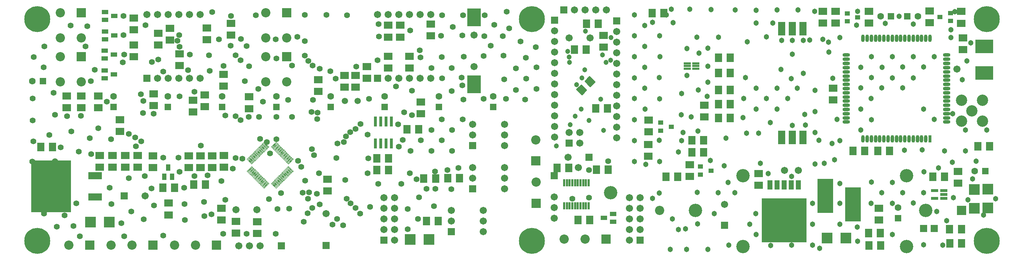
<source format=gbs>
%FSLAX43Y43*%
%MOMM*%
G71*
G01*
G75*
%ADD10C,0.300*%
%ADD11C,0.125*%
%ADD12R,1.800X1.600*%
%ADD13R,1.600X1.800*%
%ADD14C,0.400*%
%ADD15C,0.500*%
%ADD16C,0.600*%
%ADD17C,1.000*%
%ADD18C,0.254*%
%ADD19R,1.500X1.500*%
%ADD20C,1.500*%
%ADD21R,2.000X2.000*%
%ADD22C,1.500*%
%ADD23R,1.500X1.500*%
%ADD24C,6.000*%
%ADD25C,3.000*%
%ADD26C,2.000*%
%ADD27R,1.400X1.400*%
%ADD28C,1.400*%
%ADD29C,1.300*%
%ADD30C,2.500*%
%ADD31C,1.000*%
%ADD32C,1.200*%
%ADD33C,1.100*%
%ADD34R,2.300X2.300*%
%ADD35C,0.075*%
%ADD36R,1.300X0.850*%
%ADD37R,3.000X1.500*%
%ADD38R,9.300X12.200*%
%ADD39R,0.300X1.600*%
%ADD40R,0.600X2.200*%
%ADD41R,0.850X1.300*%
%ADD42R,3.000X4.000*%
%ADD43R,0.600X1.600*%
%ADD44O,0.600X1.600*%
%ADD45O,1.600X0.600*%
%ADD46R,4.000X3.000*%
%ADD47R,3.500X8.000*%
%ADD48R,0.950X0.900*%
%ADD49R,0.950X0.900*%
%ADD50R,1.450X0.550*%
%ADD51R,1.050X2.100*%
%ADD52R,10.500X10.300*%
%ADD53R,1.500X0.400*%
%ADD54R,1.500X3.000*%
%ADD55C,1.500*%
%ADD56R,2.003X1.803*%
%ADD57R,1.803X2.003*%
%ADD58R,1.703X1.703*%
%ADD59C,1.703*%
%ADD60R,2.203X2.203*%
%ADD61C,1.703*%
%ADD62R,1.703X1.703*%
%ADD63C,6.203*%
%ADD64C,3.203*%
%ADD65C,2.203*%
%ADD66R,1.603X1.603*%
%ADD67C,1.603*%
%ADD68C,1.503*%
%ADD69C,2.703*%
%ADD70C,1.203*%
%ADD71C,1.403*%
%ADD72C,1.303*%
%ADD73R,2.503X2.503*%
%ADD74R,1.503X1.053*%
%ADD75R,3.203X1.703*%
%ADD76R,9.503X12.403*%
%ADD77R,0.503X1.803*%
%ADD78R,0.803X2.403*%
%ADD79R,1.053X1.503*%
%ADD80R,3.203X4.203*%
%ADD81R,0.803X1.803*%
%ADD82O,0.803X1.803*%
%ADD83O,1.803X0.803*%
%ADD84R,4.203X3.203*%
%ADD85R,3.703X8.203*%
%ADD86R,1.153X1.103*%
%ADD87R,1.153X1.103*%
%ADD88R,1.653X0.753*%
%ADD89R,1.253X2.303*%
%ADD90R,10.703X10.503*%
%ADD91R,1.703X0.603*%
%ADD92R,1.703X3.203*%
D11*
X57586Y16029D02*
X57318Y16297D01*
X58505Y17483D01*
X58772Y17216D01*
X57586Y16029D01*
Y16177D02*
X57466Y16297D01*
X58505Y17336D01*
X58625Y17216D01*
X57586Y16177D01*
X57608Y16301D02*
X58482Y17211D01*
X57232Y16383D02*
X56965Y16650D01*
X58151Y17837D01*
X58419Y17569D01*
X57232Y16383D01*
Y16530D02*
X57112Y16650D01*
X58151Y17690D01*
X58272Y17569D01*
X57232Y16530D01*
X57255Y16655D02*
X58129Y17565D01*
X56879Y16736D02*
X56611Y17004D01*
X57798Y18190D01*
X58065Y17923D01*
X56879Y16736D01*
Y16884D02*
X56759Y17004D01*
X57798Y18043D01*
X57918Y17923D01*
X56879Y16884D01*
X56901Y17008D02*
X57775Y17918D01*
X56525Y17090D02*
X56258Y17357D01*
X57444Y18544D01*
X57712Y18277D01*
X56525Y17090D01*
Y17237D02*
X56405Y17357D01*
X57444Y18397D01*
X57565Y18277D01*
X56525Y17237D01*
X56548Y17362D02*
X57422Y18272D01*
X56172Y17443D02*
X55904Y17711D01*
X57091Y18898D01*
X57358Y18630D01*
X56172Y17443D01*
Y17591D02*
X56051Y17711D01*
X57091Y18750D01*
X57211Y18630D01*
X56172Y17591D01*
X56194Y17715D02*
X57068Y18625D01*
X55818Y17797D02*
X55551Y18064D01*
X56737Y19251D01*
X57005Y18984D01*
X55818Y17797D01*
Y17944D02*
X55698Y18064D01*
X56737Y19104D01*
X56857Y18984D01*
X55818Y17944D01*
X55841Y18069D02*
X56715Y18979D01*
X55464Y18151D02*
X55197Y18418D01*
X56384Y19605D01*
X56651Y19337D01*
X55464Y18151D01*
Y18298D02*
X55344Y18418D01*
X56384Y19457D01*
X56504Y19337D01*
X55464Y18298D01*
X55487Y18423D02*
X56361Y19333D01*
X55111Y18504D02*
X54843Y18772D01*
X56030Y19958D01*
X56298Y19691D01*
X55111Y18504D01*
Y18651D02*
X54991Y18772D01*
X56030Y19811D01*
X56150Y19691D01*
X55111Y18651D01*
X55133Y18776D02*
X56008Y19686D01*
X54757Y18858D02*
X54490Y19125D01*
X55677Y20312D01*
X55944Y20044D01*
X54757Y18858D01*
Y19005D02*
X54637Y19125D01*
X55677Y20164D01*
X55797Y20044D01*
X54757Y19005D01*
X54780Y19130D02*
X55654Y20040D01*
X54404Y19211D02*
X54136Y19479D01*
X55323Y20665D01*
X55590Y20398D01*
X54404Y19211D01*
Y19359D02*
X54284Y19479D01*
X55323Y20518D01*
X55443Y20398D01*
X54404Y19359D01*
X54426Y19483D02*
X55300Y20393D01*
X54050Y19565D02*
X53783Y19832D01*
X54969Y21019D01*
X55237Y20751D01*
X54050Y19565D01*
Y19712D02*
X53930Y19832D01*
X54969Y20872D01*
X55090Y20751D01*
X54050Y19712D01*
X54073Y19837D02*
X54947Y20747D01*
X53697Y19918D02*
X53429Y20186D01*
X54616Y21372D01*
X54883Y21105D01*
X53697Y19918D01*
Y20066D02*
X53577Y20186D01*
X54616Y21225D01*
X54736Y21105D01*
X53697Y20066D01*
X53719Y20190D02*
X54593Y21100D01*
X53429Y23014D02*
X53697Y23282D01*
X54883Y22095D01*
X54616Y21828D01*
X53429Y23014D01*
X53577D02*
X53697Y23134D01*
X54736Y22095D01*
X54616Y21975D01*
X53577Y23014D01*
X53701Y22992D02*
X54611Y22118D01*
X53783Y23368D02*
X54050Y23635D01*
X55237Y22449D01*
X54969Y22181D01*
X53783Y23368D01*
X53930D02*
X54050Y23488D01*
X55090Y22449D01*
X54969Y22328D01*
X53930Y23368D01*
X54055Y23345D02*
X54965Y22471D01*
X54136Y23721D02*
X54404Y23989D01*
X55590Y22802D01*
X55323Y22535D01*
X54136Y23721D01*
X54284D02*
X54404Y23841D01*
X55443Y22802D01*
X55323Y22682D01*
X54284Y23721D01*
X54408Y23699D02*
X55318Y22825D01*
X54490Y24075D02*
X54757Y24342D01*
X55944Y23156D01*
X55677Y22888D01*
X54490Y24075D01*
X54637D02*
X54757Y24195D01*
X55797Y23156D01*
X55677Y23036D01*
X54637Y24075D01*
X54762Y24052D02*
X55672Y23178D01*
X54843Y24428D02*
X55111Y24696D01*
X56298Y23509D01*
X56030Y23242D01*
X54843Y24428D01*
X54991D02*
X55111Y24549D01*
X56150Y23509D01*
X56030Y23389D01*
X54991Y24428D01*
X55116Y24406D02*
X56026Y23532D01*
X55551Y25136D02*
X55818Y25403D01*
X57005Y24216D01*
X56737Y23949D01*
X55551Y25136D01*
X55698D02*
X55818Y25256D01*
X56857Y24216D01*
X56737Y24096D01*
X55698Y25136D01*
X55823Y25113D02*
X56733Y24239D01*
X55904Y25489D02*
X56172Y25757D01*
X57358Y24570D01*
X57091Y24302D01*
X55904Y25489D01*
X56051D02*
X56172Y25609D01*
X57211Y24570D01*
X57091Y24450D01*
X56051Y25489D01*
X56176Y25467D02*
X57086Y24592D01*
X56258Y25843D02*
X56525Y26110D01*
X57712Y24923D01*
X57444Y24656D01*
X56258Y25843D01*
X56405D02*
X56525Y25963D01*
X57564Y24923D01*
X57444Y24803D01*
X56405Y25843D01*
X56530Y25820D02*
X57440Y24946D01*
X56611Y26196D02*
X56879Y26464D01*
X58065Y25277D01*
X57798Y25010D01*
X56611Y26196D01*
X56759D02*
X56879Y26316D01*
X57918Y25277D01*
X57798Y25157D01*
X56759Y26196D01*
X56883Y26174D02*
X57793Y25300D01*
X56965Y26550D02*
X57232Y26817D01*
X58419Y25631D01*
X58151Y25363D01*
X56965Y26550D01*
X57112D02*
X57232Y26670D01*
X58272Y25631D01*
X58151Y25510D01*
X57112Y26550D01*
X57237Y26527D02*
X58147Y25653D01*
X57318Y26903D02*
X57586Y27171D01*
X58772Y25984D01*
X58505Y25717D01*
X57318Y26903D01*
X57466D02*
X57586Y27023D01*
X58625Y25984D01*
X58505Y25864D01*
X57466Y26903D01*
X57590Y26881D02*
X58500Y26007D01*
X63384Y21828D02*
X63117Y22095D01*
X64303Y23282D01*
X64571Y23014D01*
X63384Y21828D01*
Y21975D02*
X63264Y22095D01*
X64303Y23134D01*
X64423Y23014D01*
X63384Y21975D01*
X63407Y22100D02*
X64281Y23010D01*
X63031Y22181D02*
X62763Y22449D01*
X63950Y23635D01*
X64217Y23368D01*
X63031Y22181D01*
Y22328D02*
X62910Y22449D01*
X63950Y23488D01*
X64070Y23368D01*
X63031Y22328D01*
X63053Y22453D02*
X63927Y23363D01*
X62677Y22535D02*
X62410Y22802D01*
X63596Y23989D01*
X63864Y23721D01*
X62677Y22535D01*
Y22682D02*
X62557Y22802D01*
X63596Y23841D01*
X63716Y23721D01*
X62677Y22682D01*
X62700Y22807D02*
X63574Y23717D01*
X62323Y22888D02*
X62056Y23156D01*
X63243Y24342D01*
X63510Y24075D01*
X62323Y22888D01*
Y23036D02*
X62203Y23156D01*
X63243Y24195D01*
X63363Y24075D01*
X62323Y23036D01*
X62346Y23160D02*
X63220Y24070D01*
X61970Y23242D02*
X61702Y23509D01*
X62889Y24696D01*
X63157Y24428D01*
X61970Y23242D01*
Y23389D02*
X61850Y23509D01*
X62889Y24549D01*
X63009Y24428D01*
X61970Y23389D01*
X61992Y23514D02*
X62867Y24424D01*
X61616Y23595D02*
X61349Y23863D01*
X62536Y25049D01*
X62803Y24782D01*
X61616Y23595D01*
Y23743D02*
X61496Y23863D01*
X62536Y24902D01*
X62656Y24782D01*
X61616Y23743D01*
X61639Y23867D02*
X62513Y24777D01*
X61263Y23949D02*
X60995Y24216D01*
X62182Y25403D01*
X62449Y25136D01*
X61263Y23949D01*
Y24096D02*
X61143Y24216D01*
X62182Y25256D01*
X62302Y25136D01*
X61263Y24096D01*
X61285Y24221D02*
X62159Y25131D01*
X60909Y24302D02*
X60642Y24570D01*
X61828Y25757D01*
X62096Y25489D01*
X60909Y24302D01*
Y24450D02*
X60789Y24570D01*
X61828Y25609D01*
X61949Y25489D01*
X60909Y24450D01*
X60932Y24574D02*
X61806Y25484D01*
X60556Y24656D02*
X60288Y24923D01*
X61475Y26110D01*
X61742Y25843D01*
X60556Y24656D01*
Y24803D02*
X60436Y24923D01*
X61475Y25963D01*
X61595Y25843D01*
X60556Y24803D01*
X60578Y24928D02*
X61452Y25838D01*
X60202Y25010D02*
X59935Y25277D01*
X61121Y26464D01*
X61389Y26196D01*
X60202Y25010D01*
Y25157D02*
X60082Y25277D01*
X61121Y26316D01*
X61241Y26196D01*
X60202Y25157D01*
X60225Y25282D02*
X61099Y26192D01*
X59849Y25363D02*
X59581Y25631D01*
X60768Y26817D01*
X61035Y26550D01*
X59849Y25363D01*
Y25510D02*
X59728Y25631D01*
X60768Y26670D01*
X60888Y26550D01*
X59849Y25510D01*
X59871Y25635D02*
X60745Y26545D01*
X59495Y25717D02*
X59228Y25984D01*
X60414Y27171D01*
X60682Y26903D01*
X59495Y25717D01*
Y25864D02*
X59375Y25984D01*
X60414Y27023D01*
X60534Y26903D01*
X59495Y25864D01*
X59518Y25989D02*
X60392Y26899D01*
X59228Y17216D02*
X59495Y17483D01*
X60682Y16297D01*
X60414Y16029D01*
X59228Y17216D01*
X59375D02*
X59495Y17336D01*
X60534Y16297D01*
X60414Y16177D01*
X59375Y17216D01*
X59500Y17193D02*
X60410Y16319D01*
X59581Y17569D02*
X59849Y17837D01*
X61035Y16650D01*
X60768Y16383D01*
X59581Y17569D01*
X59728D02*
X59849Y17690D01*
X60888Y16650D01*
X60768Y16530D01*
X59728Y17569D01*
X59853Y17547D02*
X60763Y16673D01*
X59935Y17923D02*
X60202Y18190D01*
X61389Y17004D01*
X61121Y16736D01*
X59935Y17923D01*
X60082D02*
X60202Y18043D01*
X61241Y17004D01*
X61121Y16884D01*
X60082Y17923D01*
X60207Y17900D02*
X61117Y17026D01*
X60288Y18277D02*
X60556Y18544D01*
X61742Y17357D01*
X61475Y17090D01*
X60288Y18277D01*
X60436D02*
X60556Y18397D01*
X61595Y17357D01*
X61475Y17237D01*
X60436Y18277D01*
X60560Y18254D02*
X61470Y17380D01*
X60642Y18630D02*
X60909Y18898D01*
X62096Y17711D01*
X61828Y17443D01*
X60642Y18630D01*
X60789D02*
X60909Y18750D01*
X61949Y17711D01*
X61828Y17591D01*
X60789Y18630D01*
X60914Y18608D02*
X61824Y17733D01*
X60995Y18984D02*
X61263Y19251D01*
X62449Y18064D01*
X62182Y17797D01*
X60995Y18984D01*
X61143D02*
X61263Y19104D01*
X62302Y18064D01*
X62182Y17944D01*
X61143Y18984D01*
X61267Y18961D02*
X62177Y18087D01*
X61349Y19337D02*
X61616Y19605D01*
X62803Y18418D01*
X62536Y18151D01*
X61349Y19337D01*
X61496D02*
X61616Y19457D01*
X62656Y18418D01*
X62536Y18298D01*
X61496Y19337D01*
X61621Y19315D02*
X62531Y18441D01*
X61702Y19691D02*
X61970Y19958D01*
X63157Y18772D01*
X62889Y18504D01*
X61702Y19691D01*
X61850D02*
X61970Y19811D01*
X63009Y18772D01*
X62889Y18651D01*
X61850Y19691D01*
X61974Y19668D02*
X62884Y18794D01*
X62056Y20044D02*
X62323Y20312D01*
X63510Y19125D01*
X63243Y18858D01*
X62056Y20044D01*
X62203D02*
X62323Y20164D01*
X63363Y19125D01*
X63243Y19005D01*
X62203Y20044D01*
X62328Y20022D02*
X63238Y19148D01*
X62410Y20398D02*
X62677Y20665D01*
X63864Y19479D01*
X63596Y19211D01*
X62410Y20398D01*
X62557D02*
X62677Y20518D01*
X63716Y19479D01*
X63596Y19359D01*
X62557Y20398D01*
X62682Y20375D02*
X63592Y19501D01*
X62763Y20751D02*
X63031Y21019D01*
X64217Y19832D01*
X63950Y19565D01*
X62763Y20751D01*
X62910D02*
X63031Y20872D01*
X64070Y19832D01*
X63950Y19712D01*
X62910Y20751D01*
X63035Y20729D02*
X63945Y19855D01*
X63117Y21105D02*
X63384Y21372D01*
X64571Y20186D01*
X64303Y19918D01*
X63117Y21105D01*
X63264D02*
X63384Y21225D01*
X64423Y20186D01*
X64303Y20066D01*
X63264Y21105D01*
X63389Y21082D02*
X64299Y20208D01*
X55197Y24782D02*
X55464Y25049D01*
X56651Y23863D01*
X56384Y23595D01*
X55197Y24782D01*
X55344D02*
X55464Y24902D01*
X56504Y23863D01*
X56384Y23743D01*
X55344Y24782D01*
X55469Y24759D02*
X56379Y23885D01*
D14*
X133253Y40677D02*
X134386Y39543D01*
X133394Y38551D01*
X132261Y39685D01*
X133253Y40677D01*
Y40206D02*
X133915Y39543D01*
X133394Y39023D01*
X132732Y39685D01*
X133253Y40206D01*
Y39734D02*
X133444Y39543D01*
X133394Y39494D01*
X133203Y39685D01*
X133253Y39734D01*
X133323Y39632D02*
Y39596D01*
X135233Y42657D02*
X136366Y41523D01*
X135374Y40531D01*
X134240Y41665D01*
X135233Y42657D01*
Y42186D02*
X135895Y41523D01*
X135374Y41003D01*
X134712Y41665D01*
X135233Y42186D01*
Y41714D02*
X135423Y41523D01*
X135374Y41474D01*
X135183Y41665D01*
X135233Y41714D01*
X135303Y41612D02*
Y41576D01*
D56*
X138607Y52612D02*
D03*
X138607Y49812D02*
D03*
X18393Y21088D02*
D03*
Y23888D02*
D03*
X72693Y15388D02*
D03*
Y18188D02*
D03*
X32307Y50312D02*
D03*
X32307Y53112D02*
D03*
X43907Y51612D02*
D03*
X43907Y54412D02*
D03*
X37393Y48188D02*
D03*
X37393Y45388D02*
D03*
X31207Y35812D02*
D03*
X31207Y38612D02*
D03*
X10507Y38112D02*
D03*
X10507Y35312D02*
D03*
X14007Y38112D02*
D03*
X14007Y35312D02*
D03*
X49707Y55512D02*
D03*
X49707Y52712D02*
D03*
X54007Y37912D02*
D03*
X54007Y35112D02*
D03*
X47907Y43312D02*
D03*
X35107Y51512D02*
D03*
X35107Y54312D02*
D03*
X43407Y35612D02*
D03*
X43407Y38412D02*
D03*
X40607Y34312D02*
D03*
X40607Y37112D02*
D03*
X87207Y52212D02*
D03*
X87207Y55012D02*
D03*
X97407Y52512D02*
D03*
X97407Y55312D02*
D03*
X92293Y47588D02*
D03*
Y44788D02*
D03*
X87193Y47588D02*
D03*
Y44788D02*
D03*
X82093Y42388D02*
D03*
X82093Y45188D02*
D03*
X90107Y52212D02*
D03*
X90107Y55012D02*
D03*
X95007Y33912D02*
D03*
X95007Y36712D02*
D03*
X70507Y39212D02*
D03*
X70507Y42012D02*
D03*
X79407Y40212D02*
D03*
X79407Y43012D02*
D03*
X76807Y40212D02*
D03*
X76807Y43012D02*
D03*
X50893Y8188D02*
D03*
X50893Y5388D02*
D03*
X55993Y8088D02*
D03*
Y5288D02*
D03*
X47393Y11288D02*
D03*
Y8488D02*
D03*
X26507Y53912D02*
D03*
X26507Y56712D02*
D03*
X18007Y35312D02*
D03*
X18007Y38112D02*
D03*
X23207Y29612D02*
D03*
X23207Y32412D02*
D03*
X26507Y47512D02*
D03*
X26507Y50312D02*
D03*
X34807Y9712D02*
D03*
X34807Y12512D02*
D03*
X31107Y21012D02*
D03*
X31107Y23812D02*
D03*
X27393Y23888D02*
D03*
X27393Y21088D02*
D03*
X24493Y23888D02*
D03*
X24493Y21088D02*
D03*
X21407Y21112D02*
D03*
X21407Y23912D02*
D03*
X42443Y23813D02*
D03*
Y21013D02*
D03*
X45243Y23813D02*
D03*
Y21013D02*
D03*
X39607Y21012D02*
D03*
X39607Y23812D02*
D03*
X47991Y21095D02*
D03*
X47991Y23895D02*
D03*
X47907Y40512D02*
D03*
X193407Y40012D02*
D03*
X193407Y37212D02*
D03*
X204307Y11312D02*
D03*
X204307Y8512D02*
D03*
X190893Y55588D02*
D03*
X190893Y58388D02*
D03*
X224407Y52012D02*
D03*
X224407Y49212D02*
D03*
X201893Y55588D02*
D03*
X201893Y58388D02*
D03*
X216407Y58413D02*
D03*
X216407Y55613D02*
D03*
X149307Y26512D02*
D03*
X149307Y23712D02*
D03*
X193993Y55588D02*
D03*
X193993Y58388D02*
D03*
X223907Y58313D02*
D03*
X223907Y55513D02*
D03*
X223193Y17288D02*
D03*
X223193Y20088D02*
D03*
X159168Y18888D02*
D03*
X159168Y21688D02*
D03*
X175607Y16812D02*
D03*
X175607Y19612D02*
D03*
X162607Y35912D02*
D03*
X162607Y33112D02*
D03*
X149393Y29588D02*
D03*
X149393Y32388D02*
D03*
D57*
X131688Y49207D02*
D03*
X134488Y49207D02*
D03*
X136712Y35193D02*
D03*
X139512Y35193D02*
D03*
X134512Y55393D02*
D03*
X137312Y55393D02*
D03*
X127511Y20907D02*
D03*
X130311Y20907D02*
D03*
X136911Y20507D02*
D03*
X139711Y20507D02*
D03*
X4305Y25891D02*
D03*
X7105Y25891D02*
D03*
X87313Y20382D02*
D03*
X84513D02*
D03*
X87313Y23182D02*
D03*
X84513Y23182D02*
D03*
X96312Y8193D02*
D03*
X99112D02*
D03*
X101412Y18493D02*
D03*
X104212Y18493D02*
D03*
X95712Y18393D02*
D03*
X98512Y18393D02*
D03*
X33412Y16193D02*
D03*
X36212Y16193D02*
D03*
X40812Y16993D02*
D03*
X43612Y16993D02*
D03*
X91712Y30193D02*
D03*
X94512Y30193D02*
D03*
X135288Y8507D02*
D03*
X132488Y8507D02*
D03*
X198088Y25007D02*
D03*
X200888D02*
D03*
X227888Y26107D02*
D03*
X230688D02*
D03*
X221205Y2891D02*
D03*
X224005D02*
D03*
X156287Y18793D02*
D03*
X153487Y18793D02*
D03*
X206812Y24993D02*
D03*
X204012Y24993D02*
D03*
X217188Y18807D02*
D03*
X219988D02*
D03*
X204612Y5393D02*
D03*
X201812Y5393D02*
D03*
X201888Y2407D02*
D03*
X204688D02*
D03*
X221188Y6307D02*
D03*
X223988D02*
D03*
X162512Y24693D02*
D03*
X159712Y24693D02*
D03*
X162512Y27493D02*
D03*
X159712Y27493D02*
D03*
X165988Y36207D02*
D03*
X168788Y36207D02*
D03*
X168812Y39593D02*
D03*
X166012Y39593D02*
D03*
X168812Y47293D02*
D03*
X166012Y47293D02*
D03*
X168812Y43593D02*
D03*
X166012Y43593D02*
D03*
X165988Y32907D02*
D03*
X168788Y32907D02*
D03*
X152988Y57907D02*
D03*
X150188D02*
D03*
D58*
X135100Y23500D02*
D03*
X130400Y26900D02*
D03*
X141700Y56100D02*
D03*
X129100Y58700D02*
D03*
X126900Y56200D02*
D03*
X86200Y3700D02*
D03*
X29650Y42380D02*
D03*
X72400Y2375D02*
D03*
X84650Y42380D02*
D03*
X24199Y14207D02*
D03*
X61708Y2291D02*
D03*
X126833Y19108D02*
D03*
X167493Y7199D02*
D03*
X215005Y6412D02*
D03*
X217505D02*
D03*
X147300Y3700D02*
D03*
D59*
X130400Y29440D02*
D03*
X132940Y26900D02*
D03*
Y29440D02*
D03*
X141700Y53560D02*
D03*
Y51020D02*
D03*
Y48480D02*
D03*
Y45940D02*
D03*
Y43400D02*
D03*
Y40860D02*
D03*
Y38320D02*
D03*
Y35780D02*
D03*
Y33240D02*
D03*
Y30700D02*
D03*
Y28160D02*
D03*
X131640Y58700D02*
D03*
X134180D02*
D03*
X136720D02*
D03*
X139260D02*
D03*
X126900Y53660D02*
D03*
Y51120D02*
D03*
Y48580D02*
D03*
Y46040D02*
D03*
Y43500D02*
D03*
Y40960D02*
D03*
Y38420D02*
D03*
Y35880D02*
D03*
Y33340D02*
D03*
Y30800D02*
D03*
Y28260D02*
D03*
X88740Y13860D02*
D03*
X86200D02*
D03*
X88740Y11320D02*
D03*
X86200D02*
D03*
X88740Y8780D02*
D03*
X86200Y8780D02*
D03*
X88740Y6240D02*
D03*
X86200D02*
D03*
X88740Y3700D02*
D03*
X72400Y10010D02*
D03*
X97350Y57620D02*
D03*
X94810D02*
D03*
X92270D02*
D03*
X89730D02*
D03*
X87190D02*
D03*
X84650D02*
D03*
X97350Y42380D02*
D03*
X94810D02*
D03*
X92270D02*
D03*
X89730D02*
D03*
X87190D02*
D03*
X42350Y57620D02*
D03*
X39810D02*
D03*
X37270D02*
D03*
X34730D02*
D03*
X32190D02*
D03*
X29650D02*
D03*
X42350Y42380D02*
D03*
X39810D02*
D03*
X37270D02*
D03*
X34730D02*
D03*
X32190D02*
D03*
X29199Y14207D02*
D03*
X51548Y2291D02*
D03*
X54088D02*
D03*
X56628D02*
D03*
X55908Y10900D02*
D03*
X50908Y10900D02*
D03*
X126833Y8948D02*
D03*
X126833Y11488D02*
D03*
Y14028D02*
D03*
X135408Y52000D02*
D03*
X130408Y52000D02*
D03*
X132600Y21000D02*
D03*
X130100Y23500D02*
D03*
X107700Y52650D02*
D03*
Y45150D02*
D03*
X167493Y12199D02*
D03*
X144760Y3700D02*
D03*
X147300Y6240D02*
D03*
X144760D02*
D03*
X147300Y8780D02*
D03*
X144760Y8780D02*
D03*
X147300Y11320D02*
D03*
X144760D02*
D03*
X147300Y13860D02*
D03*
X144760D02*
D03*
X222925Y44525D02*
D03*
X185075Y20350D02*
D03*
X181750Y20325D02*
D03*
D60*
X13999Y58009D02*
D03*
X139225Y3899D02*
D03*
X46201Y2499D02*
D03*
X31101D02*
D03*
X122408Y22606D02*
D03*
X122508Y12506D02*
D03*
X16006Y2508D02*
D03*
X62999Y58009D02*
D03*
X62999Y47509D02*
D03*
X13999Y47509D02*
D03*
X224000Y10800D02*
D03*
D61*
X109910Y10740D02*
D03*
Y8200D02*
D03*
Y5660D02*
D03*
X102290Y10740D02*
D03*
Y8200D02*
D03*
X115010Y21040D02*
D03*
X115010Y18500D02*
D03*
X115010Y15960D02*
D03*
X107390Y21040D02*
D03*
Y18500D02*
D03*
X115010Y31340D02*
D03*
Y28800D02*
D03*
Y26260D02*
D03*
X107390Y31340D02*
D03*
Y28800D02*
D03*
D62*
X102290Y5660D02*
D03*
X107390Y15960D02*
D03*
X107390Y26260D02*
D03*
D63*
X3500Y3500D02*
D03*
X121500D02*
D03*
Y56500D02*
D03*
X3500D02*
D03*
X230000D02*
D03*
Y3500D02*
D03*
D64*
X140324Y14975D02*
D03*
X210900Y2100D02*
D03*
Y19100D02*
D03*
X171900D02*
D03*
Y2100D02*
D03*
X160500Y10800D02*
D03*
X215500D02*
D03*
D65*
X21101Y2499D02*
D03*
X134225Y3899D02*
D03*
X129225D02*
D03*
X41201Y2499D02*
D03*
X36201D02*
D03*
X26101D02*
D03*
X122408Y27606D02*
D03*
X122508Y17506D02*
D03*
X11006Y2508D02*
D03*
X8999Y52009D02*
D03*
X13999Y52009D02*
D03*
X8999Y58009D02*
D03*
X57999D02*
D03*
X62999Y52009D02*
D03*
X57999D02*
D03*
Y41509D02*
D03*
X62999D02*
D03*
X57999Y47509D02*
D03*
X8999D02*
D03*
X13999Y41509D02*
D03*
X8999D02*
D03*
X152000Y10800D02*
D03*
D66*
X21683Y35511D02*
D03*
X34626Y35511D02*
D03*
X47569Y35511D02*
D03*
X60512D02*
D03*
X73455Y35511D02*
D03*
X86398Y35511D02*
D03*
X99340Y35511D02*
D03*
X112283Y35511D02*
D03*
X4789Y41692D02*
D03*
X208892Y8911D02*
D03*
X207189Y57192D02*
D03*
X211111Y57208D02*
D03*
X229689Y20192D02*
D03*
D67*
X21683Y38011D02*
D03*
X34626D02*
D03*
X47569D02*
D03*
X60512D02*
D03*
X73455D02*
D03*
X86398D02*
D03*
X99340D02*
D03*
X112283D02*
D03*
X2289Y41692D02*
D03*
X208892Y11411D02*
D03*
X204689Y57192D02*
D03*
X213611Y57208D02*
D03*
X227189Y20192D02*
D03*
D68*
X76850Y36900D02*
D03*
X79950D02*
D03*
D69*
X229000Y37100D02*
D03*
X226500Y34600D02*
D03*
X224000Y37100D02*
D03*
Y32100D02*
D03*
X229000D02*
D03*
D70*
X130400Y47450D02*
D03*
X130025Y48825D02*
D03*
X138600Y29925D02*
D03*
X127375Y26200D02*
D03*
X130650Y31300D02*
D03*
X131825Y33300D02*
D03*
X133250Y35000D02*
D03*
X137925Y37325D02*
D03*
X140325Y46675D02*
D03*
X134125Y44400D02*
D03*
X130482Y46175D02*
D03*
X135150Y32300D02*
D03*
X139150Y46125D02*
D03*
X138375Y47950D02*
D03*
X133404Y42400D02*
D03*
X131775Y49125D02*
D03*
X134300Y53650D02*
D03*
X140375Y52100D02*
D03*
X132125Y40800D02*
D03*
D71*
X116100Y54300D02*
D03*
X20100Y36750D02*
D03*
X74700Y42275D02*
D03*
X64300Y45425D02*
D03*
X57300Y36750D02*
D03*
X63325Y37200D02*
D03*
X131149Y13525D02*
D03*
X139674Y22525D02*
D03*
X135149Y20450D02*
D03*
Y13825D02*
D03*
X110275Y57400D02*
D03*
X105100Y57450D02*
D03*
X100075Y57400D02*
D03*
X102600Y54625D02*
D03*
X104925Y52600D02*
D03*
X110150Y52400D02*
D03*
X104750Y42500D02*
D03*
X100100Y42350D02*
D03*
X102400Y44800D02*
D03*
X97575D02*
D03*
X100000Y47450D02*
D03*
X105250Y47500D02*
D03*
X109975Y47700D02*
D03*
X82650Y37400D02*
D03*
X92900Y39400D02*
D03*
X102400Y39325D02*
D03*
X110000Y37425D02*
D03*
X105125Y37300D02*
D03*
X122625Y45000D02*
D03*
X122600Y39825D02*
D03*
X119900Y37250D02*
D03*
X120175Y42300D02*
D03*
X120025Y47300D02*
D03*
X117650Y44700D02*
D03*
X117700Y39575D02*
D03*
X115300Y37425D02*
D03*
X114875Y42100D02*
D03*
X114750Y47800D02*
D03*
X114550Y52400D02*
D03*
X112550Y55100D02*
D03*
X115500Y58275D02*
D03*
X118800Y51150D02*
D03*
X122400Y49825D02*
D03*
X33550Y44000D02*
D03*
X25900Y10550D02*
D03*
X25350Y18500D02*
D03*
X20700Y16150D02*
D03*
X21150Y12300D02*
D03*
X33500Y4775D02*
D03*
X13650Y4600D02*
D03*
X12100Y7025D02*
D03*
X8125Y6900D02*
D03*
X2300Y22450D02*
D03*
X7675Y22500D02*
D03*
X12775Y12500D02*
D03*
X9950Y9600D02*
D03*
X5100Y10000D02*
D03*
X2700Y12375D02*
D03*
X2750Y17400D02*
D03*
X7550Y12500D02*
D03*
X10000Y15025D02*
D03*
X5150Y15000D02*
D03*
X7500Y17475D02*
D03*
X9950Y19900D02*
D03*
X5000Y19925D02*
D03*
X15425Y54800D02*
D03*
X15025Y50000D02*
D03*
X16225Y41700D02*
D03*
X11450Y55000D02*
D03*
X60500Y47075D02*
D03*
X60400Y51675D02*
D03*
X84900Y55325D02*
D03*
X77400Y57450D02*
D03*
X72450Y57500D02*
D03*
X67300Y57525D02*
D03*
X52100Y51725D02*
D03*
X45200Y58150D02*
D03*
X29300Y55050D02*
D03*
X23900Y46125D02*
D03*
X28800Y36925D02*
D03*
X28700Y34025D02*
D03*
X21075Y27800D02*
D03*
X16000Y28050D02*
D03*
X11600Y29625D02*
D03*
X7725Y33600D02*
D03*
X7350Y38900D02*
D03*
X6350Y28800D02*
D03*
X2500Y27250D02*
D03*
X2400Y32275D02*
D03*
Y37550D02*
D03*
X5025Y45000D02*
D03*
X2600Y47450D02*
D03*
X5150Y50000D02*
D03*
X38700Y8475D02*
D03*
X38575Y12300D02*
D03*
X31300Y11925D02*
D03*
X28900Y8650D02*
D03*
X29100Y18950D02*
D03*
X33500Y23425D02*
D03*
X37175Y23400D02*
D03*
X37425Y20000D02*
D03*
X38550Y16200D02*
D03*
X44100Y19125D02*
D03*
X40950Y19000D02*
D03*
X52375Y23100D02*
D03*
X47400Y17800D02*
D03*
X50100Y20750D02*
D03*
X47800Y5150D02*
D03*
X53400D02*
D03*
X73900Y7400D02*
D03*
X67025Y8100D02*
D03*
X63625Y11200D02*
D03*
X65700Y22650D02*
D03*
X67400Y17925D02*
D03*
X70675Y19700D02*
D03*
X82275D02*
D03*
X92400Y19675D02*
D03*
X82900Y11625D02*
D03*
X91900Y6275D02*
D03*
X94350Y8700D02*
D03*
X91900Y11125D02*
D03*
X94550Y13900D02*
D03*
X98500Y15975D02*
D03*
X98125Y11800D02*
D03*
X102300Y15850D02*
D03*
X105000Y32525D02*
D03*
X97500Y30000D02*
D03*
X100025Y32525D02*
D03*
X102475Y30000D02*
D03*
Y24975D02*
D03*
X100025Y27500D02*
D03*
X97500Y24975D02*
D03*
X94975Y27500D02*
D03*
X92525Y24975D02*
D03*
X89575Y31325D02*
D03*
X82325Y28875D02*
D03*
X64300Y33125D02*
D03*
X60550Y33100D02*
D03*
X56425D02*
D03*
X68950Y34300D02*
D03*
X69225Y37200D02*
D03*
X70350Y34150D02*
D03*
X59000Y24425D02*
D03*
X42475Y26225D02*
D03*
X27000Y26075D02*
D03*
X60775Y11075D02*
D03*
X30700Y16050D02*
D03*
X61650Y14925D02*
D03*
X43275Y12800D02*
D03*
X50825Y23300D02*
D03*
X9025Y25875D02*
D03*
X16325Y24200D02*
D03*
X90350Y17100D02*
D03*
X68360Y15115D02*
D03*
X84850Y17100D02*
D03*
X101350Y20400D02*
D03*
X76425Y7200D02*
D03*
X75020Y8780D02*
D03*
X96325Y15900D02*
D03*
X24074Y57276D02*
D03*
X24050Y52650D02*
D03*
X37350Y52700D02*
D03*
X92425Y53775D02*
D03*
X24175Y48000D02*
D03*
X39900D02*
D03*
X94775Y49075D02*
D03*
X37450Y38075D02*
D03*
X37425Y49875D02*
D03*
X49650Y50175D02*
D03*
X41000Y39175D02*
D03*
X44425Y47825D02*
D03*
X50800Y47850D02*
D03*
X32307Y46807D02*
D03*
X52025Y46650D02*
D03*
X28200Y38575D02*
D03*
X31225Y33900D02*
D03*
X48375Y33500D02*
D03*
X13925Y33375D02*
D03*
X50775Y33275D02*
D03*
X10550Y33325D02*
D03*
X52025Y32375D02*
D03*
X49707Y57232D02*
D03*
X53925Y33100D02*
D03*
X53975Y45250D02*
D03*
X47950Y45300D02*
D03*
X30850Y46250D02*
D03*
X73425Y44075D02*
D03*
X55600Y57450D02*
D03*
X56225Y39825D02*
D03*
X36950Y51325D02*
D03*
X46850Y51650D02*
D03*
X44650Y44150D02*
D03*
X52975Y41675D02*
D03*
X53400Y50075D02*
D03*
X111650Y50175D02*
D03*
X39425Y44275D02*
D03*
X65525Y52300D02*
D03*
X84975Y52325D02*
D03*
X99825Y52525D02*
D03*
X67325Y51200D02*
D03*
X67350Y47750D02*
D03*
X94900Y47325D02*
D03*
X84625Y46650D02*
D03*
X68175Y46475D02*
D03*
X69175Y45375D02*
D03*
X79625Y45175D02*
D03*
X91025Y34200D02*
D03*
X70275Y32600D02*
D03*
X92850Y33525D02*
D03*
X70850Y44675D02*
D03*
X18025Y30450D02*
D03*
X80600Y31425D02*
D03*
X80525Y10050D02*
D03*
X67950Y10100D02*
D03*
X25325Y29100D02*
D03*
X79425Y30275D02*
D03*
X79400Y11350D02*
D03*
X69100D02*
D03*
X26850Y28225D02*
D03*
X78175Y29475D02*
D03*
X78250Y12425D02*
D03*
X70900Y12225D02*
D03*
X28250Y27250D02*
D03*
X77100Y28475D02*
D03*
X77325Y13550D02*
D03*
X68075Y13600D02*
D03*
X66775Y15025D02*
D03*
X58750Y13450D02*
D03*
X60325Y5175D02*
D03*
X23525Y7725D02*
D03*
X70200Y14775D02*
D03*
X66425Y21200D02*
D03*
X69025Y25450D02*
D03*
X69550Y24000D02*
D03*
X60525Y27750D02*
D03*
X56625Y27900D02*
D03*
X75125Y26800D02*
D03*
X58275Y27150D02*
D03*
X74875Y23275D02*
D03*
X45075Y9825D02*
D03*
X48375Y13350D02*
D03*
X43325Y9450D02*
D03*
X17200Y44425D02*
D03*
X13400Y24850D02*
D03*
X24250Y4575D02*
D03*
X76600Y27100D02*
D03*
X76950Y18050D02*
D03*
X93950Y18225D02*
D03*
X98400Y20050D02*
D03*
X103950Y20925D02*
D03*
X82450Y23200D02*
D03*
X89725Y26000D02*
D03*
X90700Y27600D02*
D03*
X89100Y40425D02*
D03*
X104925Y40650D02*
D03*
D72*
X157250Y27475D02*
D03*
X158175Y6350D02*
D03*
X156450Y6200D02*
D03*
Y24725D02*
D03*
X190900Y51650D02*
D03*
X199187Y58388D02*
D03*
X192275Y51025D02*
D03*
X198975Y55075D02*
D03*
X193100Y26800D02*
D03*
X181075Y51425D02*
D03*
X183660Y51410D02*
D03*
X186300Y51375D02*
D03*
X188937Y58388D02*
D03*
X221825Y22250D02*
D03*
X221525Y53975D02*
D03*
X183450Y18925D02*
D03*
X209160Y57182D02*
D03*
X175000Y5000D02*
D03*
X174950Y10000D02*
D03*
X169900Y15000D02*
D03*
X165000Y10000D02*
D03*
X174975Y55600D02*
D03*
X177500Y52300D02*
D03*
X179000Y55525D02*
D03*
X170000Y58675D02*
D03*
X175000Y58650D02*
D03*
X180000Y58700D02*
D03*
X185000Y58675D02*
D03*
X192325Y48600D02*
D03*
X195000Y52050D02*
D03*
X187800Y51525D02*
D03*
X189050Y39500D02*
D03*
X183375Y42300D02*
D03*
X175000Y35000D02*
D03*
X177500Y37500D02*
D03*
X175000Y40000D02*
D03*
X172500Y42525D02*
D03*
X172900Y51075D02*
D03*
X172750Y29200D02*
D03*
X175575D02*
D03*
X178400Y31750D02*
D03*
X177900Y19575D02*
D03*
X176050Y22000D02*
D03*
X183600Y31075D02*
D03*
X190000Y27500D02*
D03*
X189050Y21900D02*
D03*
X195000Y17225D02*
D03*
X194975Y12500D02*
D03*
X195000Y7475D02*
D03*
X199200Y3375D02*
D03*
X199175Y6800D02*
D03*
X202475Y12500D02*
D03*
X202500Y17525D02*
D03*
X205000Y14975D02*
D03*
X207500Y17500D02*
D03*
Y12500D02*
D03*
X210000Y15000D02*
D03*
X207500Y5000D02*
D03*
X215000Y15000D02*
D03*
X215025Y20000D02*
D03*
X212500Y12525D02*
D03*
X215000Y2525D02*
D03*
X218100Y10550D02*
D03*
X220500Y8350D02*
D03*
X222100Y13825D02*
D03*
X225525Y13300D02*
D03*
X232125Y13600D02*
D03*
X226650Y18300D02*
D03*
X218550Y20900D02*
D03*
X227475Y22500D02*
D03*
X225000Y25000D02*
D03*
Y29975D02*
D03*
X230000Y30000D02*
D03*
X220000Y25025D02*
D03*
X230075Y50000D02*
D03*
X221450Y52100D02*
D03*
X205825Y55500D02*
D03*
X212550Y55300D02*
D03*
X195000Y27475D02*
D03*
X194350Y32500D02*
D03*
X217500Y32525D02*
D03*
X215000Y35000D02*
D03*
X199975Y35000D02*
D03*
X200000Y40025D02*
D03*
X200000Y45000D02*
D03*
X205025D02*
D03*
X207500Y47525D02*
D03*
X210000Y45025D02*
D03*
X212500Y47475D02*
D03*
X215000Y45025D02*
D03*
X217500Y47475D02*
D03*
X212500Y42475D02*
D03*
X207500Y42475D02*
D03*
X202500Y42550D02*
D03*
X202450Y37500D02*
D03*
X202500Y32475D02*
D03*
X205000Y40025D02*
D03*
X210000D02*
D03*
X202525Y47500D02*
D03*
X219575Y2500D02*
D03*
X190125Y1700D02*
D03*
X155025Y8700D02*
D03*
X155225Y55625D02*
D03*
X193725Y22875D02*
D03*
X191275Y22025D02*
D03*
X150250Y13650D02*
D03*
Y55700D02*
D03*
X183600Y48125D02*
D03*
X180900Y44500D02*
D03*
X161225Y39550D02*
D03*
X161350Y48350D02*
D03*
X159475Y33150D02*
D03*
X158475Y43000D02*
D03*
X186575Y33675D02*
D03*
X186250Y43550D02*
D03*
X221900Y33900D02*
D03*
X153600Y57525D02*
D03*
X167375Y21450D02*
D03*
X167775Y28025D02*
D03*
X161150Y29700D02*
D03*
X148650Y21750D02*
D03*
X214600Y25250D02*
D03*
X210400Y25150D02*
D03*
X163500Y45250D02*
D03*
X163450Y41400D02*
D03*
X163500Y49550D02*
D03*
X180000Y40000D02*
D03*
X182550Y37500D02*
D03*
X180025Y35000D02*
D03*
X184850Y40000D02*
D03*
X189100Y34375D02*
D03*
X189050Y29400D02*
D03*
X186800Y31150D02*
D03*
X193300Y42325D02*
D03*
X200000Y30000D02*
D03*
X164250Y58800D02*
D03*
X159200Y58825D02*
D03*
X154800Y58875D02*
D03*
X146000Y57475D02*
D03*
X148450Y55000D02*
D03*
X145975Y52500D02*
D03*
X148450Y50000D02*
D03*
X145975Y47500D02*
D03*
X148450Y45000D02*
D03*
X146000Y42475D02*
D03*
X148425Y40000D02*
D03*
X146000Y37500D02*
D03*
X148500Y34950D02*
D03*
X146000Y32450D02*
D03*
Y27450D02*
D03*
Y22475D02*
D03*
X151900Y14925D02*
D03*
X152000Y22450D02*
D03*
X151925Y27500D02*
D03*
X152000Y37475D02*
D03*
X151925Y42500D02*
D03*
X152025Y47500D02*
D03*
X151975Y52500D02*
D03*
X158475Y49500D02*
D03*
X160900Y52175D02*
D03*
X166000D02*
D03*
X172025Y37500D02*
D03*
X171900Y32925D02*
D03*
X163350Y38000D02*
D03*
X186000Y4975D02*
D03*
X181000Y4950D02*
D03*
X183450Y7500D02*
D03*
X186000Y9975D02*
D03*
X181000Y10025D02*
D03*
X178500Y7475D02*
D03*
Y2425D02*
D03*
X183500Y2500D02*
D03*
X188500D02*
D03*
Y7450D02*
D03*
X188475Y12500D02*
D03*
X183500Y12475D02*
D03*
X178450Y12500D02*
D03*
X173500Y7450D02*
D03*
X168475Y2500D02*
D03*
X163450Y1500D02*
D03*
X158450D02*
D03*
X154500Y1500D02*
D03*
D03*
X161000Y7525D02*
D03*
X160950Y15100D02*
D03*
D03*
X165950Y15000D02*
D03*
X168350Y17500D02*
D03*
X164100Y22675D02*
D03*
X157600Y29375D02*
D03*
X157150Y33600D02*
D03*
X157200Y38725D02*
D03*
X225300Y46525D02*
D03*
X224200Y41975D02*
D03*
X222400Y58275D02*
D03*
X226200Y50800D02*
D03*
X229237Y9662D02*
D03*
D73*
X96950Y3800D02*
D03*
X92450D02*
D03*
X20648Y7999D02*
D03*
X16148D02*
D03*
X230301Y11348D02*
D03*
Y15848D02*
D03*
X227101Y11248D02*
D03*
Y15748D02*
D03*
X196452Y4201D02*
D03*
X191952D02*
D03*
D74*
X19598Y44252D02*
D03*
Y42352D02*
D03*
X21798Y43302D02*
D03*
X19598Y48952D02*
D03*
Y47052D02*
D03*
X21798Y48002D02*
D03*
X19648Y58226D02*
D03*
Y56326D02*
D03*
X21848Y57276D02*
D03*
X19606Y53552D02*
D03*
Y51652D02*
D03*
X21806Y52602D02*
D03*
X138702Y8998D02*
D03*
X140902Y9948D02*
D03*
X140902Y8048D02*
D03*
D75*
X17253Y19058D02*
D03*
X17253Y13978D02*
D03*
D76*
X6753Y16518D02*
D03*
D77*
X129207Y17357D02*
D03*
X129857D02*
D03*
X130507D02*
D03*
X131157D02*
D03*
X131807D02*
D03*
X132457D02*
D03*
X133107D02*
D03*
X133757Y17357D02*
D03*
X134407Y17357D02*
D03*
X135057D02*
D03*
X129207Y11857D02*
D03*
X131807D02*
D03*
X132457D02*
D03*
X133107D02*
D03*
X133757D02*
D03*
X134407D02*
D03*
X135057Y11857D02*
D03*
X130507Y11857D02*
D03*
X131157Y11857D02*
D03*
X129857D02*
D03*
D78*
X84120Y32000D02*
D03*
X85390Y32000D02*
D03*
X86660D02*
D03*
X87930Y32000D02*
D03*
X84120Y26750D02*
D03*
X85390Y26750D02*
D03*
X86660Y26750D02*
D03*
X87930D02*
D03*
D79*
X34698Y20998D02*
D03*
X35648Y18798D02*
D03*
X33748Y18798D02*
D03*
D80*
X107700Y40900D02*
D03*
Y56900D02*
D03*
D81*
X216500Y27900D02*
D03*
D82*
X215500D02*
D03*
X214500D02*
D03*
X213500D02*
D03*
X212500D02*
D03*
X211500D02*
D03*
X210500D02*
D03*
X209500D02*
D03*
X208500D02*
D03*
X207500D02*
D03*
X206500D02*
D03*
X205500D02*
D03*
X204500D02*
D03*
X203500D02*
D03*
X202500D02*
D03*
X201500D02*
D03*
X200500D02*
D03*
Y51900D02*
D03*
X201500D02*
D03*
X202500D02*
D03*
X203500D02*
D03*
X204500D02*
D03*
X205500D02*
D03*
X206500D02*
D03*
X207500D02*
D03*
X208500D02*
D03*
X209500D02*
D03*
X210500D02*
D03*
X211500D02*
D03*
X212500D02*
D03*
X213500D02*
D03*
X214500D02*
D03*
X215500D02*
D03*
X216500D02*
D03*
D83*
X196500Y31900D02*
D03*
Y32900D02*
D03*
Y33900D02*
D03*
Y34900D02*
D03*
Y35900D02*
D03*
Y36900D02*
D03*
Y37900D02*
D03*
Y38900D02*
D03*
Y39900D02*
D03*
Y40900D02*
D03*
Y41900D02*
D03*
Y42900D02*
D03*
Y43900D02*
D03*
Y44900D02*
D03*
Y45900D02*
D03*
Y46900D02*
D03*
Y47900D02*
D03*
X220500D02*
D03*
Y46900D02*
D03*
Y45900D02*
D03*
Y44900D02*
D03*
Y43900D02*
D03*
Y42900D02*
D03*
Y41900D02*
D03*
Y40900D02*
D03*
Y39900D02*
D03*
Y38900D02*
D03*
Y37900D02*
D03*
Y36900D02*
D03*
Y35900D02*
D03*
Y34900D02*
D03*
Y33875D02*
D03*
Y32900D02*
D03*
Y31900D02*
D03*
D84*
X229406Y49939D02*
D03*
Y43589D02*
D03*
D85*
X198132Y12193D02*
D03*
X191528Y14225D02*
D03*
D86*
X196739Y55942D02*
D03*
X221361Y57958D02*
D03*
X161714Y19342D02*
D03*
X152239Y29842D02*
D03*
D87*
X199239Y56892D02*
D03*
X196739Y57842D02*
D03*
X218861Y57008D02*
D03*
X221361Y56058D02*
D03*
X164214Y20292D02*
D03*
X161714Y21242D02*
D03*
X154739Y30792D02*
D03*
X152239Y31742D02*
D03*
D88*
X217625Y15550D02*
D03*
Y13650D02*
D03*
X219775D02*
D03*
Y14600D02*
D03*
Y15550D02*
D03*
D89*
X178300Y16825D02*
D03*
X181700Y16825D02*
D03*
X185100Y16825D02*
D03*
X183400D02*
D03*
X180000D02*
D03*
D90*
X181690Y8375D02*
D03*
D91*
X158600Y45300D02*
D03*
Y45950D02*
D03*
X160600D02*
D03*
Y45300D02*
D03*
Y44650D02*
D03*
X158600D02*
D03*
D92*
X181120Y54200D02*
D03*
X183660D02*
D03*
X186200D02*
D03*
Y28200D02*
D03*
X183660D02*
D03*
X181120D02*
D03*
M02*

</source>
